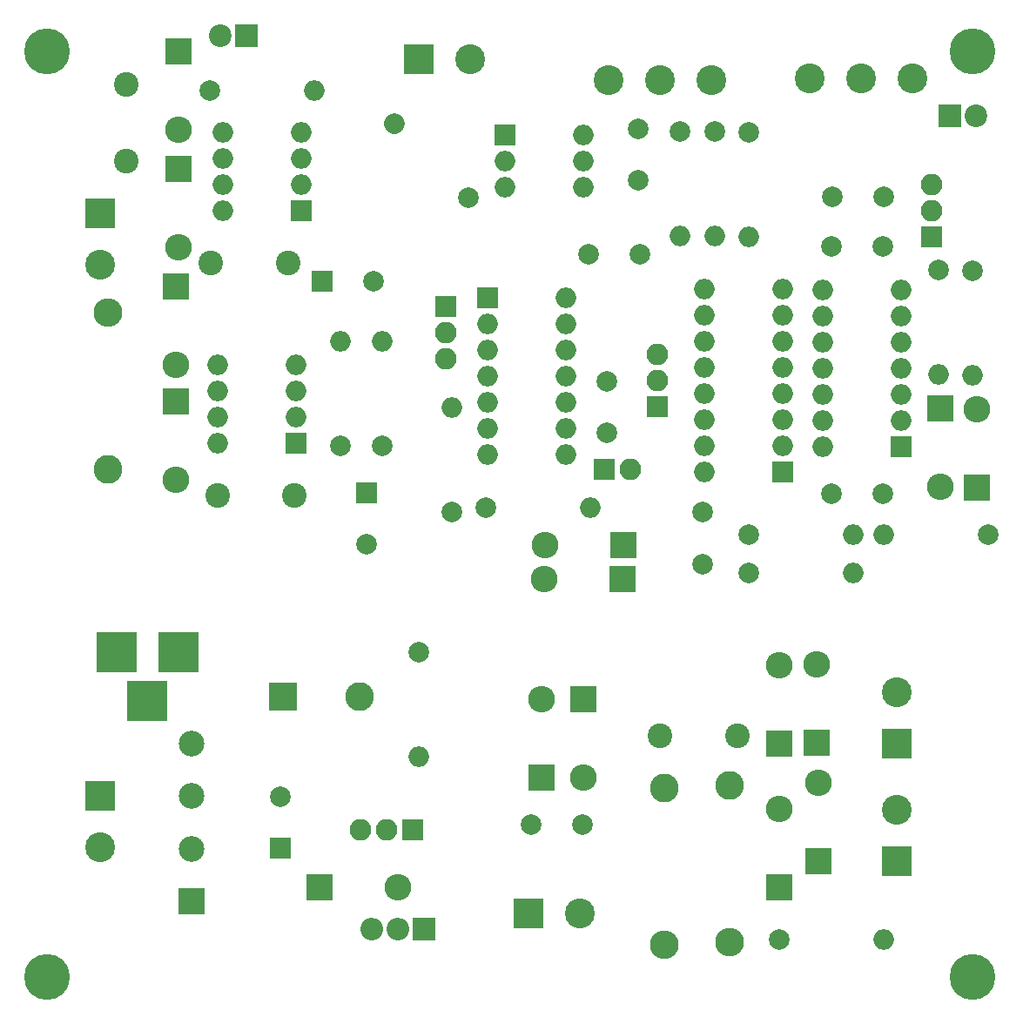
<source format=gbr>
G04 #@! TF.FileFunction,Soldermask,Bot*
%FSLAX46Y46*%
G04 Gerber Fmt 4.6, Leading zero omitted, Abs format (unit mm)*
G04 Created by KiCad (PCBNEW 4.0.7) date 11/09/20 07:12:09*
%MOMM*%
%LPD*%
G01*
G04 APERTURE LIST*
%ADD10C,0.100000*%
%ADD11R,2.000000X2.000000*%
%ADD12O,2.000000X2.000000*%
%ADD13C,2.000000*%
%ADD14R,2.900000X2.900000*%
%ADD15C,2.900000*%
%ADD16R,2.800000X2.800000*%
%ADD17C,2.800000*%
%ADD18R,2.600000X2.600000*%
%ADD19O,2.600000X2.600000*%
%ADD20R,2.500000X2.500000*%
%ADD21C,2.500000*%
%ADD22R,3.900000X3.900000*%
%ADD23R,2.100000X2.100000*%
%ADD24O,2.100000X2.100000*%
%ADD25R,2.200000X2.200000*%
%ADD26O,2.200000X2.200000*%
%ADD27C,2.400000*%
%ADD28C,2.200000*%
%ADD29C,2.000000*%
%ADD30C,4.464000*%
%ADD31O,2.800000X2.800000*%
G04 APERTURE END LIST*
D10*
D11*
X94488000Y-58166000D03*
D12*
X102108000Y-63246000D03*
X94488000Y-60706000D03*
X102108000Y-60706000D03*
X94488000Y-63246000D03*
X102108000Y-58166000D03*
D13*
X136710000Y-71300000D03*
D12*
X136710000Y-81460000D03*
D13*
X141500000Y-97000000D03*
D12*
X131340000Y-97000000D03*
D13*
X82550000Y-88392000D03*
D12*
X82550000Y-78232000D03*
D14*
X96774000Y-133858000D03*
D15*
X101774000Y-133858000D03*
D16*
X72898000Y-112776000D03*
D17*
X80398000Y-112776000D03*
D11*
X74676000Y-65532000D03*
D12*
X67056000Y-57912000D03*
X74676000Y-62992000D03*
X67056000Y-60452000D03*
X74676000Y-60452000D03*
X67056000Y-62992000D03*
X74676000Y-57912000D03*
X67056000Y-65532000D03*
D11*
X74168000Y-88138000D03*
D12*
X66548000Y-80518000D03*
X74168000Y-85598000D03*
X66548000Y-83058000D03*
X74168000Y-83058000D03*
X66548000Y-85598000D03*
X74168000Y-80518000D03*
X66548000Y-88138000D03*
D13*
X107460000Y-57560000D03*
X107460000Y-62560000D03*
X131290000Y-93000000D03*
X126290000Y-93000000D03*
D18*
X124840000Y-117290000D03*
D19*
X124840000Y-109670000D03*
D18*
X124968000Y-128778000D03*
D19*
X124968000Y-121158000D03*
D18*
X121158000Y-117348000D03*
D19*
X121158000Y-109728000D03*
D18*
X121158000Y-131318000D03*
D19*
X121158000Y-123698000D03*
D18*
X140370000Y-92420000D03*
D19*
X140370000Y-84800000D03*
D18*
X136830000Y-84780000D03*
D19*
X136830000Y-92400000D03*
D20*
X64008000Y-132648000D03*
D21*
X64008000Y-127548000D03*
X64008000Y-117348000D03*
X64008000Y-122448000D03*
D18*
X62484000Y-84074000D03*
D19*
X62484000Y-91694000D03*
D18*
X62484000Y-72898000D03*
D19*
X62484000Y-80518000D03*
D18*
X62738000Y-61468000D03*
D19*
X62738000Y-69088000D03*
D18*
X62738000Y-50038000D03*
D19*
X62738000Y-57658000D03*
D14*
X132588000Y-117348000D03*
D15*
X132588000Y-112348000D03*
D14*
X55118000Y-122428000D03*
D15*
X55118000Y-127428000D03*
D14*
X55118000Y-65786000D03*
D15*
X55118000Y-70786000D03*
D14*
X132588000Y-128778000D03*
D15*
X132588000Y-123778000D03*
X129167900Y-52641500D03*
X134167900Y-52641500D03*
X124167900Y-52641500D03*
X109609900Y-52806600D03*
X114609900Y-52806600D03*
X104609900Y-52806600D03*
D13*
X121158000Y-136398000D03*
D12*
X131318000Y-136398000D03*
D13*
X118250000Y-97000000D03*
D12*
X128410000Y-97000000D03*
D13*
X118250000Y-100750000D03*
D12*
X128410000Y-100750000D03*
D13*
X139950000Y-71330000D03*
D12*
X139950000Y-81490000D03*
D13*
X118220000Y-57910000D03*
D12*
X118220000Y-68070000D03*
D13*
X111520000Y-57800000D03*
D12*
X111520000Y-67960000D03*
D22*
X62738000Y-108458000D03*
X56738000Y-108458000D03*
X59738000Y-113158000D03*
D23*
X85500000Y-125750000D03*
D24*
X82960000Y-125750000D03*
X80420000Y-125750000D03*
D11*
X133000000Y-88500000D03*
D12*
X125380000Y-73260000D03*
X133000000Y-85960000D03*
X125380000Y-75800000D03*
X133000000Y-83420000D03*
X125380000Y-78340000D03*
X133000000Y-80880000D03*
X125380000Y-80880000D03*
X133000000Y-78340000D03*
X125380000Y-83420000D03*
X133000000Y-75800000D03*
X125380000Y-85960000D03*
X133000000Y-73260000D03*
X125380000Y-88500000D03*
D25*
X86614000Y-135382000D03*
D26*
X84074000Y-135382000D03*
X81534000Y-135382000D03*
D27*
X57658000Y-60706000D03*
X57658000Y-53206000D03*
D25*
X69342000Y-48514000D03*
D28*
X66802000Y-48514000D03*
D25*
X137744200Y-56324500D03*
D28*
X140284200Y-56324500D03*
D13*
X65786000Y-53848000D03*
D12*
X75946000Y-53848000D03*
D23*
X136020000Y-68080000D03*
D24*
X136020000Y-65540000D03*
X136020000Y-63000000D03*
D14*
X86106000Y-50800000D03*
D15*
X91106000Y-50800000D03*
D13*
X78486000Y-88392000D03*
D12*
X78486000Y-78232000D03*
D13*
X86106000Y-108458000D03*
D12*
X86106000Y-118618000D03*
D11*
X72644000Y-127508000D03*
D13*
X72644000Y-122508000D03*
D11*
X81026000Y-92964000D03*
D13*
X81026000Y-97964000D03*
D11*
X76708000Y-72390000D03*
D13*
X81708000Y-72390000D03*
X97028000Y-125222000D03*
X102028000Y-125222000D03*
D18*
X102108000Y-113030000D03*
D19*
X102108000Y-120650000D03*
D18*
X98044000Y-120650000D03*
D19*
X98044000Y-113030000D03*
D23*
X88770000Y-74870000D03*
D24*
X88770000Y-77410000D03*
X88770000Y-79950000D03*
D13*
X90932000Y-64262000D03*
D29*
X83747795Y-57077795D02*
X83747795Y-57077795D01*
D13*
X92620000Y-94370000D03*
D12*
X102780000Y-94370000D03*
D11*
X92850000Y-73990000D03*
D12*
X100470000Y-89230000D03*
X92850000Y-76530000D03*
X100470000Y-86690000D03*
X92850000Y-79070000D03*
X100470000Y-84150000D03*
X92850000Y-81610000D03*
X100470000Y-81610000D03*
X92850000Y-84150000D03*
X100470000Y-79070000D03*
X92850000Y-86690000D03*
X100470000Y-76530000D03*
X92850000Y-89230000D03*
X100470000Y-73990000D03*
D13*
X131370000Y-64160000D03*
X126370000Y-64160000D03*
X102640000Y-69800000D03*
X107640000Y-69800000D03*
D18*
X105950000Y-101310000D03*
D19*
X98330000Y-101310000D03*
D18*
X106060000Y-98070000D03*
D19*
X98440000Y-98070000D03*
D13*
X104394000Y-87122000D03*
X104394000Y-82122000D03*
D30*
X50000000Y-50000000D03*
X50000000Y-140000000D03*
X140000000Y-50000000D03*
X140000000Y-140000000D03*
D13*
X126230000Y-69010000D03*
X131230000Y-69010000D03*
D18*
X76454000Y-131318000D03*
D19*
X84074000Y-131318000D03*
D23*
X104140000Y-90678000D03*
D24*
X106680000Y-90678000D03*
D13*
X114870000Y-57840000D03*
D12*
X114870000Y-68000000D03*
D27*
X66548000Y-93218000D03*
X74048000Y-93218000D03*
X73406000Y-70612000D03*
X65906000Y-70612000D03*
D17*
X55880000Y-90678000D03*
D31*
X55880000Y-75438000D03*
D17*
X109982000Y-121666000D03*
D31*
X109982000Y-136906000D03*
D17*
X116332000Y-121412000D03*
D31*
X116332000Y-136652000D03*
D27*
X117094000Y-116586000D03*
X109594000Y-116586000D03*
D13*
X89310000Y-94790000D03*
D12*
X89310000Y-84630000D03*
D13*
X113740000Y-94860000D03*
X113740000Y-99860000D03*
D23*
X109360000Y-84550000D03*
D24*
X109360000Y-82010000D03*
X109360000Y-79470000D03*
D11*
X121500000Y-90910000D03*
D12*
X113880000Y-73130000D03*
X121500000Y-88370000D03*
X113880000Y-75670000D03*
X121500000Y-85830000D03*
X113880000Y-78210000D03*
X121500000Y-83290000D03*
X113880000Y-80750000D03*
X121500000Y-80750000D03*
X113880000Y-83290000D03*
X121500000Y-78210000D03*
X113880000Y-85830000D03*
X121500000Y-75670000D03*
X113880000Y-88370000D03*
X121500000Y-73130000D03*
X113880000Y-90910000D03*
M02*

</source>
